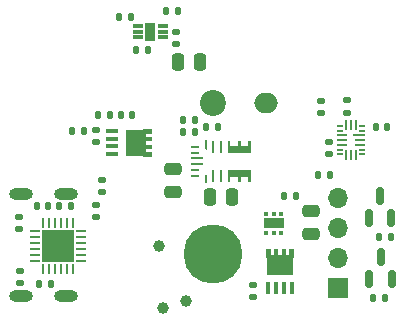
<source format=gbr>
%TF.GenerationSoftware,KiCad,Pcbnew,5.99.0-5f22025611*%
%TF.CreationDate,2021-06-18T20:55:11+00:00*%
%TF.ProjectId,driver,64726976-6572-42e6-9b69-6361645f7063,rev?*%
%TF.SameCoordinates,Original*%
%TF.FileFunction,Soldermask,Bot*%
%TF.FilePolarity,Negative*%
%FSLAX46Y46*%
G04 Gerber Fmt 4.6, Leading zero omitted, Abs format (unit mm)*
G04 Created by KiCad (PCBNEW 5.99.0-5f22025611) date 2021-06-18 20:55:11*
%MOMM*%
%LPD*%
G01*
G04 APERTURE LIST*
G04 Aperture macros list*
%AMRoundRect*
0 Rectangle with rounded corners*
0 $1 Rounding radius*
0 $2 $3 $4 $5 $6 $7 $8 $9 X,Y pos of 4 corners*
0 Add a 4 corners polygon primitive as box body*
4,1,4,$2,$3,$4,$5,$6,$7,$8,$9,$2,$3,0*
0 Add four circle primitives for the rounded corners*
1,1,$1+$1,$2,$3*
1,1,$1+$1,$4,$5*
1,1,$1+$1,$6,$7*
1,1,$1+$1,$8,$9*
0 Add four rect primitives between the rounded corners*
20,1,$1+$1,$2,$3,$4,$5,0*
20,1,$1+$1,$4,$5,$6,$7,0*
20,1,$1+$1,$6,$7,$8,$9,0*
20,1,$1+$1,$8,$9,$2,$3,0*%
%AMOutline5P*
0 Free polygon, 5 corners , with rotation*
0 The origin of the aperture is its center*
0 number of corners: always 8*
0 $1 to $10 corner X, Y*
0 $11 Rotation angle, in degrees counterclockwise*
0 create outline with 8 corners*
4,1,5,$1,$2,$3,$4,$5,$6,$7,$8,$9,$10,$1,$2,$11*%
%AMOutline6P*
0 Free polygon, 6 corners , with rotation*
0 The origin of the aperture is its center*
0 number of corners: always 6*
0 $1 to $12 corner X, Y*
0 $13 Rotation angle, in degrees counterclockwise*
0 create outline with 6 corners*
4,1,6,$1,$2,$3,$4,$5,$6,$7,$8,$9,$10,$11,$12,$1,$2,$13*%
%AMOutline7P*
0 Free polygon, 7 corners , with rotation*
0 The origin of the aperture is its center*
0 number of corners: always 7*
0 $1 to $14 corner X, Y*
0 $15 Rotation angle, in degrees counterclockwise*
0 create outline with 7 corners*
4,1,7,$1,$2,$3,$4,$5,$6,$7,$8,$9,$10,$11,$12,$13,$14,$1,$2,$15*%
%AMOutline8P*
0 Free polygon, 8 corners , with rotation*
0 The origin of the aperture is its center*
0 number of corners: always 8*
0 $1 to $16 corner X, Y*
0 $17 Rotation angle, in degrees counterclockwise*
0 create outline with 8 corners*
4,1,8,$1,$2,$3,$4,$5,$6,$7,$8,$9,$10,$11,$12,$13,$14,$15,$16,$1,$2,$17*%
%AMFreePoly0*
4,1,21,1.372500,0.787500,0.862500,0.787500,0.862500,0.532500,1.372500,0.532500,1.372500,0.127500,0.862500,0.127500,0.862500,-0.127500,1.372500,-0.127500,1.372500,-0.532500,0.862500,-0.532500,0.862500,-0.787500,1.372500,-0.787500,1.372500,-1.195000,0.612500,-1.195000,0.612500,-1.117500,-0.862500,-1.117500,-0.862500,1.117500,0.612500,1.117500,0.612500,1.195000,1.372500,1.195000,
1.372500,0.787500,1.372500,0.787500,$1*%
%AMFreePoly1*
4,1,13,0.550000,-0.125000,-0.550000,-0.125000,-0.550000,0.125000,-0.050000,0.125000,-0.050000,0.725000,-0.550000,0.725000,-0.550000,0.975000,-0.050000,0.975000,-0.050000,1.575000,-0.550000,1.575000,-0.550000,1.825000,0.550000,1.825000,0.550000,-0.125000,0.550000,-0.125000,$1*%
%AMFreePoly2*
4,1,13,0.550000,1.575000,0.050000,1.575000,0.050000,0.975000,0.550000,0.975000,0.550000,0.725000,0.050000,0.725000,0.050000,0.125000,0.550000,0.125000,0.550000,-0.125000,-0.550000,-0.125000,-0.550000,1.825000,0.550000,1.825000,0.550000,1.575000,0.550000,1.575000,$1*%
G04 Aperture macros list end*
%ADD10RoundRect,0.135000X0.135000X0.185000X-0.135000X0.185000X-0.135000X-0.185000X0.135000X-0.185000X0*%
%ADD11RoundRect,0.150000X0.150000X-0.587500X0.150000X0.587500X-0.150000X0.587500X-0.150000X-0.587500X0*%
%ADD12R,1.700000X1.700000*%
%ADD13O,1.700000X1.700000*%
%ADD14O,2.000000X1.000000*%
%ADD15C,0.990600*%
%ADD16C,5.000000*%
%ADD17O,2.000000X1.700000*%
%ADD18C,2.200000*%
%ADD19RoundRect,0.135000X-0.185000X0.135000X-0.185000X-0.135000X0.185000X-0.135000X0.185000X0.135000X0*%
%ADD20RoundRect,0.062500X0.350000X0.062500X-0.350000X0.062500X-0.350000X-0.062500X0.350000X-0.062500X0*%
%ADD21RoundRect,0.062500X0.062500X0.350000X-0.062500X0.350000X-0.062500X-0.350000X0.062500X-0.350000X0*%
%ADD22R,2.700000X2.700000*%
%ADD23RoundRect,0.140000X0.170000X-0.140000X0.170000X0.140000X-0.170000X0.140000X-0.170000X-0.140000X0*%
%ADD24R,0.990000X0.405000*%
%ADD25FreePoly0,0.000000*%
%ADD26RoundRect,0.135000X-0.135000X-0.185000X0.135000X-0.185000X0.135000X0.185000X-0.135000X0.185000X0*%
%ADD27RoundRect,0.140000X-0.140000X-0.170000X0.140000X-0.170000X0.140000X0.170000X-0.140000X0.170000X0*%
%ADD28Outline5P,-0.125000X-0.400000X-0.125000X0.400000X0.000000X0.400000X0.125000X0.275000X0.125000X-0.400000X180.000000*%
%ADD29R,0.250000X1.100000*%
%ADD30FreePoly1,270.000000*%
%ADD31FreePoly2,270.000000*%
%ADD32R,0.250000X0.700000*%
%ADD33R,0.700000X0.250000*%
%ADD34R,1.100000X0.250000*%
%ADD35RoundRect,0.140000X0.140000X0.170000X-0.140000X0.170000X-0.140000X-0.170000X0.140000X-0.170000X0*%
%ADD36R,0.850000X0.350000*%
%ADD37R,0.900000X1.600000*%
%ADD38RoundRect,0.135000X0.185000X-0.135000X0.185000X0.135000X-0.185000X0.135000X-0.185000X-0.135000X0*%
%ADD39RoundRect,0.250000X0.475000X-0.250000X0.475000X0.250000X-0.475000X0.250000X-0.475000X-0.250000X0*%
%ADD40R,0.370000X0.450000*%
%ADD41R,1.670000X0.900000*%
%ADD42RoundRect,0.250000X0.250000X0.475000X-0.250000X0.475000X-0.250000X-0.475000X0.250000X-0.475000X0*%
%ADD43RoundRect,0.057500X0.185000X-0.057500X0.185000X0.057500X-0.185000X0.057500X-0.185000X-0.057500X0*%
%ADD44RoundRect,0.057500X0.430000X-0.057500X0.430000X0.057500X-0.430000X0.057500X-0.430000X-0.057500X0*%
%ADD45RoundRect,0.057500X0.330000X-0.057500X0.330000X0.057500X-0.330000X0.057500X-0.330000X-0.057500X0*%
%ADD46RoundRect,0.057500X-0.057500X-0.330000X0.057500X-0.330000X0.057500X0.330000X-0.057500X0.330000X0*%
%ADD47R,0.405000X0.990000*%
%ADD48FreePoly0,90.000000*%
%ADD49RoundRect,0.250000X-0.475000X0.250000X-0.475000X-0.250000X0.475000X-0.250000X0.475000X0.250000X0*%
G04 APERTURE END LIST*
D10*
%TO.C,R110*%
X95110000Y-74550000D03*
X94090000Y-74550000D03*
%TD*%
D11*
%TO.C,Q101*%
X94175000Y-71037500D03*
X93225000Y-72912500D03*
X95125000Y-72912500D03*
%TD*%
D12*
%TO.C,J102*%
X90600000Y-78900000D03*
D13*
X90600000Y-76360000D03*
X90600000Y-73820000D03*
X90600000Y-71280000D03*
%TD*%
D14*
%TO.C,J101*%
X67600000Y-70880000D03*
X67600000Y-79520000D03*
X63800000Y-70880000D03*
X63800000Y-79520000D03*
%TD*%
D15*
%TO.C,J103*%
X75776020Y-80516412D03*
X77738781Y-79990491D03*
X75442600Y-75346548D03*
%TD*%
D16*
%TO.C,H101*%
X80000000Y-76000000D03*
%TD*%
D17*
%TO.C,RV101*%
X84500000Y-63200000D03*
D18*
X80000000Y-63200000D03*
%TD*%
D19*
%TO.C,R122*%
X89150000Y-63040000D03*
X89150000Y-64060000D03*
%TD*%
D10*
%TO.C,R102*%
X78535000Y-65650000D03*
X77515000Y-65650000D03*
%TD*%
D20*
%TO.C,U101*%
X68862500Y-74050000D03*
X68862500Y-74550000D03*
X68862500Y-75050000D03*
X68862500Y-75550000D03*
X68862500Y-76050000D03*
X68862500Y-76550000D03*
D21*
X68150000Y-77262500D03*
X67650000Y-77262500D03*
X67150000Y-77262500D03*
X66650000Y-77262500D03*
X66150000Y-77262500D03*
X65650000Y-77262500D03*
D20*
X64937500Y-76550000D03*
X64937500Y-76050000D03*
X64937500Y-75550000D03*
X64937500Y-75050000D03*
X64937500Y-74550000D03*
X64937500Y-74050000D03*
D21*
X65650000Y-73337500D03*
X66150000Y-73337500D03*
X66650000Y-73337500D03*
X67150000Y-73337500D03*
X67650000Y-73337500D03*
X68150000Y-73337500D03*
D22*
X66900000Y-75300000D03*
%TD*%
D23*
%TO.C,C105*%
X70100000Y-72830000D03*
X70100000Y-71870000D03*
%TD*%
D19*
%TO.C,R111*%
X83400000Y-78590000D03*
X83400000Y-79610000D03*
%TD*%
D24*
%TO.C,Q105*%
X71465000Y-67540000D03*
X71465000Y-66880000D03*
X71465000Y-66220000D03*
X71465000Y-65560000D03*
D25*
X73457500Y-66550000D03*
%TD*%
D26*
%TO.C,R106*%
X79440000Y-65200000D03*
X80460000Y-65200000D03*
%TD*%
D27*
%TO.C,C107*%
X67020000Y-71900000D03*
X67980000Y-71900000D03*
%TD*%
D28*
%TO.C,U102*%
X79387500Y-66750000D03*
D29*
X80037500Y-66900000D03*
X80687500Y-66900000D03*
D30*
X81337500Y-66900000D03*
D31*
X81337500Y-69400000D03*
D29*
X80687500Y-69400000D03*
X80037500Y-69400000D03*
D32*
X79387500Y-69600000D03*
D33*
X78487500Y-69400000D03*
X78487500Y-68900000D03*
D34*
X78687500Y-68400000D03*
X78687500Y-67900000D03*
D33*
X78487500Y-67400000D03*
X78487500Y-66900000D03*
%TD*%
D35*
%TO.C,C109*%
X74480000Y-58750000D03*
X73520000Y-58750000D03*
%TD*%
D36*
%TO.C,U104*%
X75782500Y-56650000D03*
X75782500Y-57150000D03*
X75782500Y-57650000D03*
X73632500Y-57650000D03*
X73632500Y-57150000D03*
X73632500Y-56650000D03*
D37*
X74707500Y-57150000D03*
%TD*%
D26*
%TO.C,R118*%
X72090000Y-55900000D03*
X73110000Y-55900000D03*
%TD*%
D10*
%TO.C,R113*%
X94610000Y-79700000D03*
X93590000Y-79700000D03*
%TD*%
D38*
%TO.C,R119*%
X76900000Y-58210000D03*
X76900000Y-57190000D03*
%TD*%
D10*
%TO.C,R108*%
X66310000Y-78500000D03*
X65290000Y-78500000D03*
%TD*%
D27*
%TO.C,C108*%
X72220000Y-64200000D03*
X73180000Y-64200000D03*
%TD*%
D39*
%TO.C,C113*%
X88300000Y-74275000D03*
X88300000Y-72375000D03*
%TD*%
D26*
%TO.C,R112*%
X85991854Y-71063003D03*
X87011854Y-71063003D03*
%TD*%
D38*
%TO.C,R116*%
X70150000Y-66510000D03*
X70150000Y-65490000D03*
%TD*%
D26*
%TO.C,R121*%
X88890000Y-69300000D03*
X89910000Y-69300000D03*
%TD*%
D40*
%TO.C,U105*%
X84500000Y-72575000D03*
X85150000Y-72575000D03*
X85800000Y-72575000D03*
X85800000Y-74225000D03*
X85150000Y-74225000D03*
X84500000Y-74225000D03*
D41*
X85150000Y-73400000D03*
%TD*%
D35*
%TO.C,C106*%
X66080000Y-71900000D03*
X65120000Y-71900000D03*
%TD*%
%TO.C,C111*%
X94780000Y-65250000D03*
X93820000Y-65250000D03*
%TD*%
D19*
%TO.C,R109*%
X63700000Y-77390000D03*
X63700000Y-78410000D03*
%TD*%
%TO.C,R104*%
X63600000Y-72890000D03*
X63600000Y-73910000D03*
%TD*%
D38*
%TO.C,R101*%
X91350000Y-64010000D03*
X91350000Y-62990000D03*
%TD*%
%TO.C,R115*%
X70600000Y-70710000D03*
X70600000Y-69690000D03*
%TD*%
D26*
%TO.C,R105*%
X77515000Y-64650000D03*
X78535000Y-64650000D03*
%TD*%
%TO.C,R117*%
X70240000Y-64200000D03*
X71260000Y-64200000D03*
%TD*%
D42*
%TO.C,C110*%
X78950000Y-59700000D03*
X77050000Y-59700000D03*
%TD*%
%TO.C,C104*%
X81625000Y-71200000D03*
X79725000Y-71200000D03*
%TD*%
D26*
%TO.C,R114*%
X68040000Y-65550000D03*
X69060000Y-65550000D03*
%TD*%
D43*
%TO.C,U103*%
X92610000Y-65150000D03*
X92610000Y-65550000D03*
D44*
X92365000Y-65950000D03*
D45*
X92465000Y-66350000D03*
X92465000Y-66750000D03*
D43*
X92615000Y-67150000D03*
X92615000Y-67550000D03*
D46*
X92100000Y-67615000D03*
X91700000Y-67615000D03*
X91300000Y-67615000D03*
D43*
X90790000Y-67550000D03*
X90790000Y-67150000D03*
D45*
X90935000Y-66750000D03*
X90935000Y-66350000D03*
X90935000Y-65950000D03*
D43*
X90790000Y-65550000D03*
X90790000Y-65150000D03*
D46*
X91305000Y-65080000D03*
X91700000Y-65085000D03*
X92105000Y-65080000D03*
%TD*%
D47*
%TO.C,Q102*%
X86690000Y-78885000D03*
X86030000Y-78885000D03*
X85370000Y-78885000D03*
X84710000Y-78885000D03*
D48*
X85700000Y-76892500D03*
%TD*%
D23*
%TO.C,C112*%
X89850000Y-67480000D03*
X89850000Y-66520000D03*
%TD*%
D49*
%TO.C,C101*%
X76650000Y-68800000D03*
X76650000Y-70700000D03*
%TD*%
D11*
%TO.C,Q104*%
X95150000Y-78137500D03*
X93250000Y-78137500D03*
X94200000Y-76262500D03*
%TD*%
D10*
%TO.C,R120*%
X77060000Y-55450000D03*
X76040000Y-55450000D03*
%TD*%
M02*

</source>
